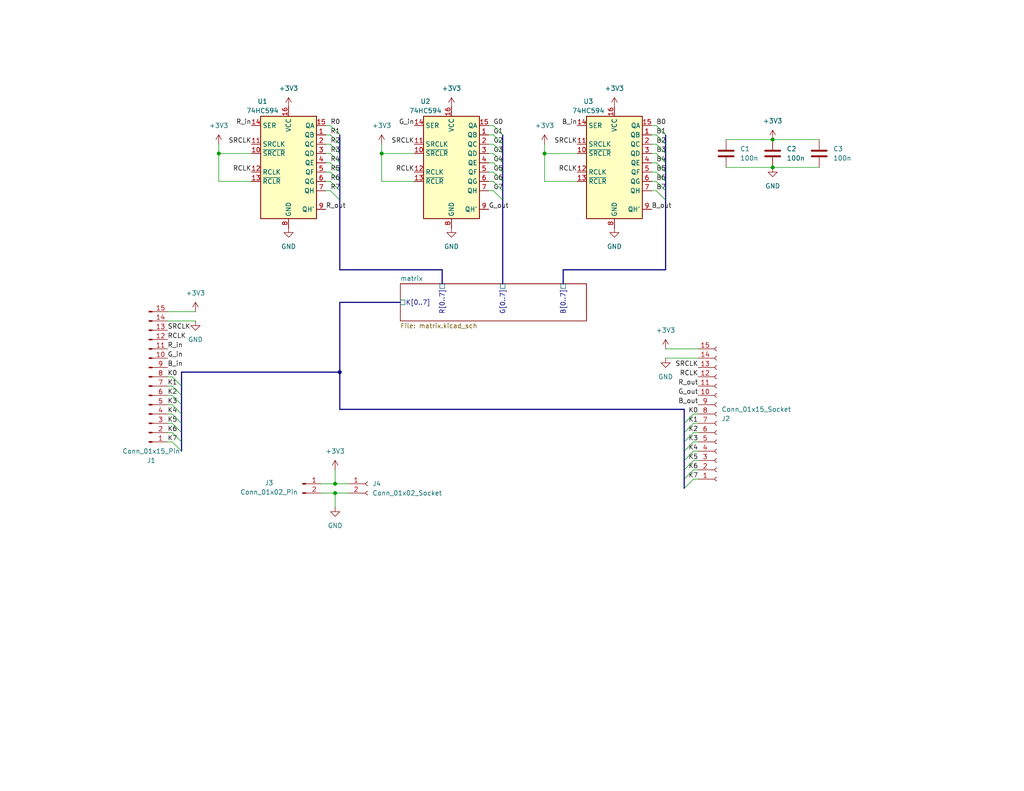
<source format=kicad_sch>
(kicad_sch (version 20250114) (generator "eeschema") (generator_version "9.0")
  (paper "USLetter")
  (lib_symbols
    (symbol "74xx:74HC594"
      (property "Reference" "U" (at -7.62 13.97 0))
      (property "Value" "74HC594" (at -7.62 -16.51 0))
      (symbol "74HC594_1_0"
        (pin input line (at -10.16 10.16 0) (length 2.54) (name "SER") (number "14"))
        (pin input line (at -10.16 5.08 0) (length 2.54) (name "SRCLK") (number "11"))
        (pin input line (at -10.16 2.54 0) (length 2.54) (name "~{SRCLR}") (number "10"))
        (pin input line (at -10.16 -2.54 0) (length 2.54) (name "RCLK") (number "12"))
        (pin input line (at -10.16 -5.08 0) (length 2.54) (name "~{RCLR}") (number "13"))
        (pin power_in line (at 0 15.24 270) (length 2.54) (name "VCC") (number "16"))
        (pin power_in line (at 0 -17.78 90) (length 2.54) (name "GND") (number "8"))
        (pin output line (at 10.16 10.16 180) (length 2.54) (name "QA") (number "15"))
        (pin output line (at 10.16 7.62 180) (length 2.54) (name "QB") (number "1"))
        (pin output line (at 10.16 5.08 180) (length 2.54) (name "QC") (number "2"))
        (pin output line (at 10.16 2.54 180) (length 2.54) (name "QD") (number "3"))
        (pin output line (at 10.16 0 180) (length 2.54) (name "QE") (number "4"))
        (pin output line (at 10.16 -2.54 180) (length 2.54) (name "QF") (number "5"))
        (pin output line (at 10.16 -5.08 180) (length 2.54) (name "QG") (number "6"))
        (pin output line (at 10.16 -7.62 180) (length 2.54) (name "QH") (number "7"))
        (pin output line (at 10.16 -12.7 180) (length 2.54) (name "QH'") (number "9"))
      )
      (symbol "74HC594_1_1"
        (rectangle (start -7.62 12.7) (end 7.62 -15.24) (stroke (width 0.254)) (fill (type background)))
      )
    )
    (symbol "Connector:Conn_01x02_Pin" (pin_names (offset 1.016) (hide yes))
      (property "Reference" "J" (at 0 2.54 0))
      (property "Value" "Conn_01x02_Pin" (at 0 -5.08 0))
      (symbol "Conn_01x02_Pin_1_1"
        (rectangle (start 0.8636 0.127) (end 0 -0.127) (stroke (width 0.1524)) (fill (type outline)))
        (rectangle (start 0.8636 -2.413) (end 0 -2.667) (stroke (width 0.1524)) (fill (type outline)))
        (polyline (pts (xy 1.27 0) (xy 0.8636 0)) (stroke (width 0.1524)))
        (polyline (pts (xy 1.27 -2.54) (xy 0.8636 -2.54)) (stroke (width 0.1524)))
        (pin passive line (at 5.08 0 180) (length 3.81) (name "Pin_1") (number "1"))
        (pin passive line (at 5.08 -2.54 180) (length 3.81) (name "Pin_2") (number "2"))
      )
    )
    (symbol "Connector:Conn_01x02_Socket" (pin_names (offset 1.016) (hide yes))
      (property "Reference" "J" (at 0 2.54 0))
      (property "Value" "Conn_01x02_Socket" (at 0 -5.08 0))
      (symbol "Conn_01x02_Socket_1_1"
        (polyline (pts (xy -1.27 0) (xy -0.508 0)) (stroke (width 0.1524)))
        (polyline (pts (xy -1.27 -2.54) (xy -0.508 -2.54)) (stroke (width 0.1524)))
        (arc (start 0 -0.508) (mid -0.5058 0) (end 0 0.508) (stroke (width 0.1524)))
        (arc (start 0 -3.048) (mid -0.5058 -2.54) (end 0 -2.032) (stroke (width 0.1524)))
        (pin passive line (at -5.08 0 0) (length 3.81) (name "Pin_1") (number "1"))
        (pin passive line (at -5.08 -2.54 0) (length 3.81) (name "Pin_2") (number "2"))
      )
    )
    (symbol "Connector:Conn_01x15_Pin" (pin_names (offset 1.016) (hide yes))
      (property "Reference" "J" (at 0 20.32 0))
      (property "Value" "Conn_01x15_Pin" (at 0 -20.32 0))
      (symbol "Conn_01x15_Pin_1_1"
        (rectangle (start 0.8636 17.907) (end 0 17.653) (stroke (width 0.1524)) (fill (type outline)))
        (rectangle (start 0.8636 15.367) (end 0 15.113) (stroke (width 0.1524)) (fill (type outline)))
        (rectangle (start 0.8636 12.827) (end 0 12.573) (stroke (width 0.1524)) (fill (type outline)))
        (rectangle (start 0.8636 10.287) (end 0 10.033) (stroke (width 0.1524)) (fill (type outline)))
        (rectangle (start 0.8636 7.747) (end 0 7.493) (stroke (width 0.1524)) (fill (type outline)))
        (rectangle (start 0.8636 5.207) (end 0 4.953) (stroke (width 0.1524)) (fill (type outline)))
        (rectangle (start 0.8636 2.667) (end 0 2.413) (stroke (width 0.1524)) (fill (type outline)))
        (rectangle (start 0.8636 0.127) (end 0 -0.127) (stroke (width 0.1524)) (fill (type outline)))
        (rectangle (start 0.8636 -2.413) (end 0 -2.667) (stroke (width 0.1524)) (fill (type outline)))
        (rectangle (start 0.8636 -4.953) (end 0 -5.207) (stroke (width 0.1524)) (fill (type outline)))
        (rectangle (start 0.8636 -7.493) (end 0 -7.747) (stroke (width 0.1524)) (fill (type outline)))
        (rectangle (start 0.8636 -10.033) (end 0 -10.287) (stroke (width 0.1524)) (fill (type outline)))
        (rectangle (start 0.8636 -12.573) (end 0 -12.827) (stroke (width 0.1524)) (fill (type outline)))
        (rectangle (start 0.8636 -15.113) (end 0 -15.367) (stroke (width 0.1524)) (fill (type outline)))
        (rectangle (start 0.8636 -17.653) (end 0 -17.907) (stroke (width 0.1524)) (fill (type outline)))
        (polyline (pts (xy 1.27 17.78) (xy 0.8636 17.78)) (stroke (width 0.1524)))
        (polyline (pts (xy 1.27 15.24) (xy 0.8636 15.24)) (stroke (width 0.1524)))
        (polyline (pts (xy 1.27 12.7) (xy 0.8636 12.7)) (stroke (width 0.1524)))
        (polyline (pts (xy 1.27 10.16) (xy 0.8636 10.16)) (stroke (width 0.1524)))
        (polyline (pts (xy 1.27 7.62) (xy 0.8636 7.62)) (stroke (width 0.1524)))
        (polyline (pts (xy 1.27 5.08) (xy 0.8636 5.08)) (stroke (width 0.1524)))
        (polyline (pts (xy 1.27 2.54) (xy 0.8636 2.54)) (stroke (width 0.1524)))
        (polyline (pts (xy 1.27 0) (xy 0.8636 0)) (stroke (width 0.1524)))
        (polyline (pts (xy 1.27 -2.54) (xy 0.8636 -2.54)) (stroke (width 0.1524)))
        (polyline (pts (xy 1.27 -5.08) (xy 0.8636 -5.08)) (stroke (width 0.1524)))
        (polyline (pts (xy 1.27 -7.62) (xy 0.8636 -7.62)) (stroke (width 0.1524)))
        (polyline (pts (xy 1.27 -10.16) (xy 0.8636 -10.16)) (stroke (width 0.1524)))
        (polyline (pts (xy 1.27 -12.7) (xy 0.8636 -12.7)) (stroke (width 0.1524)))
        (polyline (pts (xy 1.27 -15.24) (xy 0.8636 -15.24)) (stroke (width 0.1524)))
        (polyline (pts (xy 1.27 -17.78) (xy 0.8636 -17.78)) (stroke (width 0.1524)))
        (pin passive line (at 5.08 17.78 180) (length 3.81) (name "Pin_1") (number "1"))
        (pin passive line (at 5.08 15.24 180) (length 3.81) (name "Pin_2") (number "2"))
        (pin passive line (at 5.08 12.7 180) (length 3.81) (name "Pin_3") (number "3"))
        (pin passive line (at 5.08 10.16 180) (length 3.81) (name "Pin_4") (number "4"))
        (pin passive line (at 5.08 7.62 180) (length 3.81) (name "Pin_5") (number "5"))
        (pin passive line (at 5.08 5.08 180) (length 3.81) (name "Pin_6") (number "6"))
        (pin passive line (at 5.08 2.54 180) (length 3.81) (name "Pin_7") (number "7"))
        (pin passive line (at 5.08 0 180) (length 3.81) (name "Pin_8") (number "8"))
        (pin passive line (at 5.08 -2.54 180) (length 3.81) (name "Pin_9") (number "9"))
        (pin passive line (at 5.08 -5.08 180) (length 3.81) (name "Pin_10") (number "10"))
        (pin passive line (at 5.08 -7.62 180) (length 3.81) (name "Pin_11") (number "11"))
        (pin passive line (at 5.08 -10.16 180) (length 3.81) (name "Pin_12") (number "12"))
        (pin passive line (at 5.08 -12.7 180) (length 3.81) (name "Pin_13") (number "13"))
        (pin passive line (at 5.08 -15.24 180) (length 3.81) (name "Pin_14") (number "14"))
        (pin passive line (at 5.08 -17.78 180) (length 3.81) (name "Pin_15") (number "15"))
      )
    )
    (symbol "Connector:Conn_01x15_Socket" (pin_names (offset 1.016) (hide yes))
      (property "Reference" "J" (at 0 20.32 0))
      (property "Value" "Conn_01x15_Socket" (at 0 -20.32 0))
      (symbol "Conn_01x15_Socket_1_1"
        (polyline (pts (xy -1.27 17.78) (xy -0.508 17.78)) (stroke (width 0.1524)))
        (polyline (pts (xy -1.27 15.24) (xy -0.508 15.24)) (stroke (width 0.1524)))
        (polyline (pts (xy -1.27 12.7) (xy -0.508 12.7)) (stroke (width 0.1524)))
        (polyline (pts (xy -1.27 10.16) (xy -0.508 10.16)) (stroke (width 0.1524)))
        (polyline (pts (xy -1.27 7.62) (xy -0.508 7.62)) (stroke (width 0.1524)))
        (polyline (pts (xy -1.27 5.08) (xy -0.508 5.08)) (stroke (width 0.1524)))
        (polyline (pts (xy -1.27 2.54) (xy -0.508 2.54)) (stroke (width 0.1524)))
        (polyline (pts (xy -1.27 0) (xy -0.508 0)) (stroke (width 0.1524)))
        (polyline (pts (xy -1.27 -2.54) (xy -0.508 -2.54)) (stroke (width 0.1524)))
        (polyline (pts (xy -1.27 -5.08) (xy -0.508 -5.08)) (stroke (width 0.1524)))
        (polyline (pts (xy -1.27 -7.62) (xy -0.508 -7.62)) (stroke (width 0.1524)))
        (polyline (pts (xy -1.27 -10.16) (xy -0.508 -10.16)) (stroke (width 0.1524)))
        (polyline (pts (xy -1.27 -12.7) (xy -0.508 -12.7)) (stroke (width 0.1524)))
        (polyline (pts (xy -1.27 -15.24) (xy -0.508 -15.24)) (stroke (width 0.1524)))
        (polyline (pts (xy -1.27 -17.78) (xy -0.508 -17.78)) (stroke (width 0.1524)))
        (arc (start 0 17.272) (mid -0.5058 17.78) (end 0 18.288) (stroke (width 0.1524)))
        (arc (start 0 14.732) (mid -0.5058 15.24) (end 0 15.748) (stroke (width 0.1524)))
        (arc (start 0 12.192) (mid -0.5058 12.7) (end 0 13.208) (stroke (width 0.1524)))
        (arc (start 0 9.652) (mid -0.5058 10.16) (end 0 10.668) (stroke (width 0.1524)))
        (arc (start 0 7.112) (mid -0.5058 7.62) (end 0 8.128) (stroke (width 0.1524)))
        (arc (start 0 4.572) (mid -0.5058 5.08) (end 0 5.588) (stroke (width 0.1524)))
        (arc (start 0 2.032) (mid -0.5058 2.54) (end 0 3.048) (stroke (width 0.1524)))
        (arc (start 0 -0.508) (mid -0.5058 0) (end 0 0.508) (stroke (width 0.1524)))
        (arc (start 0 -3.048) (mid -0.5058 -2.54) (end 0 -2.032) (stroke (width 0.1524)))
        (arc (start 0 -5.588) (mid -0.5058 -5.08) (end 0 -4.572) (stroke (width 0.1524)))
        (arc (start 0 -8.128) (mid -0.5058 -7.62) (end 0 -7.112) (stroke (width 0.1524)))
        (arc (start 0 -10.668) (mid -0.5058 -10.16) (end 0 -9.652) (stroke (width 0.1524)))
        (arc (start 0 -13.208) (mid -0.5058 -12.7) (end 0 -12.192) (stroke (width 0.1524)))
        (arc (start 0 -15.748) (mid -0.5058 -15.24) (end 0 -14.732) (stroke (width 0.1524)))
        (arc (start 0 -18.288) (mid -0.5058 -17.78) (end 0 -17.272) (stroke (width 0.1524)))
        (pin passive line (at -5.08 17.78 0) (length 3.81) (name "Pin_1") (number "1"))
        (pin passive line (at -5.08 15.24 0) (length 3.81) (name "Pin_2") (number "2"))
        (pin passive line (at -5.08 12.7 0) (length 3.81) (name "Pin_3") (number "3"))
        (pin passive line (at -5.08 10.16 0) (length 3.81) (name "Pin_4") (number "4"))
        (pin passive line (at -5.08 7.62 0) (length 3.81) (name "Pin_5") (number "5"))
        (pin passive line (at -5.08 5.08 0) (length 3.81) (name "Pin_6") (number "6"))
        (pin passive line (at -5.08 2.54 0) (length 3.81) (name "Pin_7") (number "7"))
        (pin passive line (at -5.08 0 0) (length 3.81) (name "Pin_8") (number "8"))
        (pin passive line (at -5.08 -2.54 0) (length 3.81) (name "Pin_9") (number "9"))
        (pin passive line (at -5.08 -5.08 0) (length 3.81) (name "Pin_10") (number "10"))
        (pin passive line (at -5.08 -7.62 0) (length 3.81) (name "Pin_11") (number "11"))
        (pin passive line (at -5.08 -10.16 0) (length 3.81) (name "Pin_12") (number "12"))
        (pin passive line (at -5.08 -12.7 0) (length 3.81) (name "Pin_13") (number "13"))
        (pin passive line (at -5.08 -15.24 0) (length 3.81) (name "Pin_14") (number "14"))
        (pin passive line (at -5.08 -17.78 0) (length 3.81) (name "Pin_15") (number "15"))
      )
    )
    (symbol "Device:C" (pin_numbers (hide yes)) (pin_names (offset 0.254))
      (property "Reference" "C" (at 0.635 2.54 0))
      (property "Value" "C" (at 0.635 -2.54 0))
      (symbol "C_0_1"
        (polyline (pts (xy -2.032 0.762) (xy 2.032 0.762)) (stroke (width 0.508)))
        (polyline (pts (xy -2.032 -0.762) (xy 2.032 -0.762)) (stroke (width 0.508)))
      )
      (symbol "C_1_1"
        (pin passive line (at 0 3.81 270) (length 2.794) (name "~") (number "1"))
        (pin passive line (at 0 -3.81 90) (length 2.794) (name "~") (number "2"))
      )
    )
    (symbol "power:+3V3" (power) (pin_numbers (hide yes)) (pin_names (offset 0) (hide yes))
      (property "Value" "+3V3" (at 0 3.556 0))
      (symbol "+3V3_0_1"
        (polyline (pts (xy -0.762 1.27) (xy 0 2.54)))
        (polyline (pts (xy 0 2.54) (xy 0.762 1.27)))
        (polyline (pts (xy 0 0) (xy 0 2.54)))
      )
      (symbol "+3V3_1_1"
        (pin power_in line (at 0 0 90) (length 0) (name "~") (number "1"))
      )
    )
    (symbol "power:GND" (power) (pin_numbers (hide yes)) (pin_names (offset 0) (hide yes))
      (property "Value" "GND" (at 0 -3.81 0))
      (symbol "GND_0_1"
        (polyline (pts (xy 0 0) (xy 0 -1.27) (xy 1.27 -1.27) (xy 0 -2.54) (xy -1.27 -1.27) (xy 0 -1.27)))
      )
      (symbol "GND_1_1"
        (pin power_in line (at 0 0 270) (length 0) (name "~") (number "1"))
      )
    )
  )
  (junction (at 91.44 134.62))
  (junction (at 148.59 41.91))
  (junction (at 91.44 132.08))
  (junction (at 59.69 41.91))
  (junction (at 104.14 41.91))
  (junction (at 210.82 45.72))
  (junction (at 210.82 38.1))
  (junction (at 92.71 101.6))
  (bus_entry (at 134.62 49.53) (size 2.54 2.54))
  (bus_entry (at 134.62 34.29) (size 2.54 2.54))
  (bus_entry (at 134.62 36.83) (size 2.54 2.54))
  (bus_entry (at 179.07 46.99) (size 2.54 2.54))
  (bus_entry (at 134.62 52.07) (size 2.54 2.54))
  (bus_entry (at 179.07 34.29) (size 2.54 2.54))
  (bus_entry (at 179.07 49.53) (size 2.54 2.54))
  (bus_entry (at 90.17 34.29) (size 2.54 2.54))
  (bus_entry (at 90.17 52.07) (size 2.54 2.54))
  (bus_entry (at 46.99 115.57) (size 2.54 2.54))
  (bus_entry (at 134.62 41.91) (size 2.54 2.54))
  (bus_entry (at 179.07 41.91) (size 2.54 2.54))
  (bus_entry (at 179.07 52.07) (size 2.54 2.54))
  (bus_entry (at 90.17 41.91) (size 2.54 2.54))
  (bus_entry (at 189.23 130.81) (size -2.54 2.54))
  (bus_entry (at 189.23 113.03) (size -2.54 2.54))
  (bus_entry (at 46.99 120.65) (size 2.54 2.54))
  (bus_entry (at 179.07 39.37) (size 2.54 2.54))
  (bus_entry (at 46.99 107.95) (size 2.54 2.54))
  (bus_entry (at 46.99 110.49) (size 2.54 2.54))
  (bus_entry (at 90.17 36.83) (size 2.54 2.54))
  (bus_entry (at 189.23 120.65) (size -2.54 2.54))
  (bus_entry (at 46.99 105.41) (size 2.54 2.54))
  (bus_entry (at 134.62 44.45) (size 2.54 2.54))
  (bus_entry (at 189.23 125.73) (size -2.54 2.54))
  (bus_entry (at 46.99 113.03) (size 2.54 2.54))
  (bus_entry (at 189.23 123.19) (size -2.54 2.54))
  (bus_entry (at 179.07 44.45) (size 2.54 2.54))
  (bus_entry (at 179.07 36.83) (size 2.54 2.54))
  (bus_entry (at 46.99 102.87) (size 2.54 2.54))
  (bus_entry (at 46.99 118.11) (size 2.54 2.54))
  (bus_entry (at 90.17 44.45) (size 2.54 2.54))
  (bus_entry (at 189.23 115.57) (size -2.54 2.54))
  (bus_entry (at 90.17 46.99) (size 2.54 2.54))
  (bus_entry (at 134.62 39.37) (size 2.54 2.54))
  (bus_entry (at 90.17 49.53) (size 2.54 2.54))
  (bus_entry (at 90.17 39.37) (size 2.54 2.54))
  (bus_entry (at 134.62 46.99) (size 2.54 2.54))
  (bus_entry (at 189.23 118.11) (size -2.54 2.54))
  (bus_entry (at 189.23 128.27) (size -2.54 2.54))
  (bus (pts (xy 181.61 73.66) (xy 153.67 73.66)))
  (wire (pts (xy 88.9 39.37) (xy 90.17 39.37)))
  (wire (pts (xy 133.35 44.45) (xy 134.62 44.45)))
  (wire (pts (xy 59.69 39.37) (xy 59.69 41.91)))
  (wire (pts (xy 210.82 38.1) (xy 223.52 38.1)))
  (wire (pts (xy 148.59 49.53) (xy 148.59 41.91)))
  (bus (pts (xy 137.16 46.99) (xy 137.16 49.53)))
  (bus (pts (xy 92.71 73.66) (xy 120.65 73.66)))
  (bus (pts (xy 49.53 120.65) (xy 49.53 118.11)))
  (wire (pts (xy 189.23 118.11) (xy 190.5 118.11)))
  (bus (pts (xy 186.69 128.27) (xy 186.69 125.73)))
  (wire (pts (xy 45.72 105.41) (xy 46.99 105.41)))
  (bus (pts (xy 181.61 46.99) (xy 181.61 49.53)))
  (wire (pts (xy 177.8 49.53) (xy 179.07 49.53)))
  (bus (pts (xy 92.71 49.53) (xy 92.71 52.07)))
  (bus (pts (xy 181.61 39.37) (xy 181.61 41.91)))
  (wire (pts (xy 45.72 115.57) (xy 46.99 115.57)))
  (bus (pts (xy 49.53 107.95) (xy 49.53 105.41)))
  (wire (pts (xy 133.35 46.99) (xy 134.62 46.99)))
  (wire (pts (xy 88.9 49.53) (xy 90.17 49.53)))
  (bus (pts (xy 92.71 101.6) (xy 92.71 82.55)))
  (wire (pts (xy 133.35 52.07) (xy 134.62 52.07)))
  (wire (pts (xy 91.44 132.08) (xy 95.25 132.08)))
  (wire (pts (xy 133.35 49.53) (xy 134.62 49.53)))
  (wire (pts (xy 177.8 36.83) (xy 179.07 36.83)))
  (wire (pts (xy 91.44 128.27) (xy 91.44 132.08)))
  (wire (pts (xy 189.23 115.57) (xy 190.5 115.57)))
  (bus (pts (xy 49.53 101.6) (xy 92.71 101.6)))
  (wire (pts (xy 45.72 110.49) (xy 46.99 110.49)))
  (wire (pts (xy 189.23 130.81) (xy 190.5 130.81)))
  (bus (pts (xy 153.67 73.66) (xy 153.67 77.47)))
  (wire (pts (xy 45.72 113.03) (xy 46.99 113.03)))
  (wire (pts (xy 177.8 52.07) (xy 179.07 52.07)))
  (wire (pts (xy 189.23 120.65) (xy 190.5 120.65)))
  (bus (pts (xy 137.16 44.45) (xy 137.16 46.99)))
  (wire (pts (xy 88.9 44.45) (xy 90.17 44.45)))
  (wire (pts (xy 88.9 34.29) (xy 90.17 34.29)))
  (wire (pts (xy 133.35 34.29) (xy 134.62 34.29)))
  (bus (pts (xy 92.71 36.83) (xy 92.71 39.37)))
  (wire (pts (xy 88.9 46.99) (xy 90.17 46.99)))
  (wire (pts (xy 104.14 41.91) (xy 113.03 41.91)))
  (bus (pts (xy 137.16 54.61) (xy 137.16 77.47)))
  (wire (pts (xy 189.23 123.19) (xy 190.5 123.19)))
  (bus (pts (xy 92.71 54.61) (xy 92.71 73.66)))
  (wire (pts (xy 113.03 49.53) (xy 104.14 49.53)))
  (bus (pts (xy 120.65 73.66) (xy 120.65 77.47)))
  (wire (pts (xy 133.35 36.83) (xy 134.62 36.83)))
  (bus (pts (xy 92.71 39.37) (xy 92.71 41.91)))
  (wire (pts (xy 189.23 113.03) (xy 190.5 113.03)))
  (wire (pts (xy 104.14 39.37) (xy 104.14 41.91)))
  (wire (pts (xy 133.35 39.37) (xy 134.62 39.37)))
  (bus (pts (xy 137.16 41.91) (xy 137.16 44.45)))
  (wire (pts (xy 88.9 52.07) (xy 90.17 52.07)))
  (wire (pts (xy 87.63 132.08) (xy 91.44 132.08)))
  (wire (pts (xy 148.59 39.37) (xy 148.59 41.91)))
  (bus (pts (xy 186.69 133.35) (xy 186.69 130.81)))
  (bus (pts (xy 137.16 49.53) (xy 137.16 52.07)))
  (bus (pts (xy 49.53 105.41) (xy 49.53 101.6)))
  (wire (pts (xy 87.63 134.62) (xy 91.44 134.62)))
  (wire (pts (xy 198.12 45.72) (xy 210.82 45.72)))
  (wire (pts (xy 91.44 134.62) (xy 95.25 134.62)))
  (wire (pts (xy 45.72 87.63) (xy 53.34 87.63)))
  (bus (pts (xy 49.53 118.11) (xy 49.53 115.57)))
  (wire (pts (xy 59.69 49.53) (xy 59.69 41.91)))
  (wire (pts (xy 88.9 41.91) (xy 90.17 41.91)))
  (wire (pts (xy 148.59 41.91) (xy 157.48 41.91)))
  (bus (pts (xy 137.16 52.07) (xy 137.16 54.61)))
  (bus (pts (xy 49.53 115.57) (xy 49.53 113.03)))
  (bus (pts (xy 49.53 110.49) (xy 49.53 107.95)))
  (wire (pts (xy 177.8 44.45) (xy 179.07 44.45)))
  (bus (pts (xy 181.61 52.07) (xy 181.61 54.61)))
  (wire (pts (xy 45.72 107.95) (xy 46.99 107.95)))
  (bus (pts (xy 181.61 44.45) (xy 181.61 46.99)))
  (bus (pts (xy 181.61 41.91) (xy 181.61 44.45)))
  (wire (pts (xy 177.8 46.99) (xy 179.07 46.99)))
  (bus (pts (xy 181.61 36.83) (xy 181.61 39.37)))
  (wire (pts (xy 45.72 118.11) (xy 46.99 118.11)))
  (wire (pts (xy 181.61 95.25) (xy 190.5 95.25)))
  (bus (pts (xy 137.16 39.37) (xy 137.16 41.91)))
  (bus (pts (xy 186.69 130.81) (xy 186.69 128.27)))
  (wire (pts (xy 68.58 49.53) (xy 59.69 49.53)))
  (wire (pts (xy 189.23 125.73) (xy 190.5 125.73)))
  (wire (pts (xy 88.9 36.83) (xy 90.17 36.83)))
  (wire (pts (xy 45.72 120.65) (xy 46.99 120.65)))
  (bus (pts (xy 92.71 52.07) (xy 92.71 54.61)))
  (wire (pts (xy 177.8 41.91) (xy 179.07 41.91)))
  (wire (pts (xy 189.23 128.27) (xy 190.5 128.27)))
  (bus (pts (xy 186.69 115.57) (xy 186.69 111.76)))
  (bus (pts (xy 92.71 82.55) (xy 109.22 82.55)))
  (bus (pts (xy 92.71 46.99) (xy 92.71 49.53)))
  (bus (pts (xy 186.69 125.73) (xy 186.69 123.19)))
  (wire (pts (xy 177.8 34.29) (xy 179.07 34.29)))
  (wire (pts (xy 177.8 39.37) (xy 179.07 39.37)))
  (bus (pts (xy 49.53 113.03) (xy 49.53 110.49)))
  (bus (pts (xy 186.69 120.65) (xy 186.69 118.11)))
  (wire (pts (xy 157.48 49.53) (xy 148.59 49.53)))
  (wire (pts (xy 45.72 102.87) (xy 46.99 102.87)))
  (wire (pts (xy 133.35 41.91) (xy 134.62 41.91)))
  (bus (pts (xy 181.61 54.61) (xy 181.61 73.66)))
  (bus (pts (xy 92.71 111.76) (xy 92.71 101.6)))
  (wire (pts (xy 91.44 138.43) (xy 91.44 134.62)))
  (bus (pts (xy 181.61 49.53) (xy 181.61 52.07)))
  (bus (pts (xy 137.16 36.83) (xy 137.16 39.37)))
  (wire (pts (xy 210.82 45.72) (xy 223.52 45.72)))
  (bus (pts (xy 49.53 123.19) (xy 49.53 120.65)))
  (bus (pts (xy 92.71 44.45) (xy 92.71 46.99)))
  (bus (pts (xy 186.69 123.19) (xy 186.69 120.65)))
  (wire (pts (xy 59.69 41.91) (xy 68.58 41.91)))
  (bus (pts (xy 186.69 111.76) (xy 92.71 111.76)))
  (wire (pts (xy 45.72 85.09) (xy 53.34 85.09)))
  (wire (pts (xy 104.14 49.53) (xy 104.14 41.91)))
  (wire (pts (xy 181.61 97.79) (xy 190.5 97.79)))
  (bus (pts (xy 186.69 118.11) (xy 186.69 115.57)))
  (wire (pts (xy 198.12 38.1) (xy 210.82 38.1)))
  (bus (pts (xy 92.71 41.91) (xy 92.71 44.45)))
  (label "RCLK" (at 45.72 92.71 0))
  (label "G_in" (at 45.72 97.79 0))
  (label "SRCLK" (at 45.72 90.17 0))
  (label "B_out" (at 190.5 110.49 180))
  (label "SRCLK" (at 190.5 100.33 180))
  (label "G_out" (at 190.5 107.95 180))
  (label "K1" (at 190.5 115.57 180))
  (label "RCLK" (at 190.5 102.87 180))
  (label "K4" (at 190.5 123.19 180))
  (label "RCLK" (at 113.03 46.99 180))
  (label "K3" (at 190.5 120.65 180))
  (label "RCLK" (at 68.58 46.99 180))
  (label "SRCLK" (at 68.58 39.37 180))
  (label "G7" (at 134.62 52.07 0))
  (label "G6" (at 134.62 49.53 0))
  (label "G2" (at 134.62 39.37 0))
  (label "G3" (at 134.62 41.91 0))
  (label "G4" (at 134.62 44.45 0))
  (label "G5" (at 134.62 46.99 0))
  (label "G1" (at 134.62 36.83 0))
  (label "G0" (at 134.62 34.29 0))
  (label "R5" (at 90.17 46.99 0))
  (label "R6" (at 90.17 49.53 0))
  (label "R7" (at 90.17 52.07 0))
  (label "R4" (at 90.17 44.45 0))
  (label "R0" (at 90.17 34.29 0))
  (label "R1" (at 90.17 36.83 0))
  (label "R2" (at 90.17 39.37 0))
  (label "R3" (at 90.17 41.91 0))
  (label "B3" (at 179.07 41.91 0))
  (label "B4" (at 179.07 44.45 0))
  (label "B5" (at 179.07 46.99 0))
  (label "B6" (at 179.07 49.53 0))
  (label "B1" (at 179.07 36.83 0))
  (label "B2" (at 179.07 39.37 0))
  (label "B0" (at 179.07 34.29 0))
  (label "B7" (at 179.07 52.07 0))
  (label "K5" (at 190.5 125.73 180))
  (label "K2" (at 190.5 118.11 180))
  (label "SRCLK" (at 113.03 39.37 180))
  (label "B_in" (at 45.72 100.33 0))
  (label "G_in" (at 113.03 34.29 180))
  (label "R_out" (at 88.9 57.15 0))
  (label "R_in" (at 68.58 34.29 180))
  (label "B_out" (at 177.8 57.15 0))
  (label "B_in" (at 157.48 34.29 180))
  (label "G_out" (at 133.35 57.15 0))
  (label "K6" (at 190.5 128.27 180))
  (label "RCLK" (at 157.48 46.99 180))
  (label "R_out" (at 190.5 105.41 180))
  (label "SRCLK" (at 157.48 39.37 180))
  (label "R_in" (at 45.72 95.25 0))
  (label "K0" (at 190.5 113.03 180))
  (label "K7" (at 190.5 130.81 180))
  (label "K7" (at 45.72 120.65 0))
  (label "K6" (at 45.72 118.11 0))
  (label "K4" (at 45.72 113.03 0))
  (label "K5" (at 45.72 115.57 0))
  (label "K1" (at 45.72 105.41 0))
  (label "K0" (at 45.72 102.87 0))
  (label "K2" (at 45.72 107.95 0))
  (label "K3" (at 45.72 110.49 0))
  (symbol (lib_id "power:+3V3") (at 59.69 39.37 0) (unit 1)
    (property "Reference" "#PWR03" (effects (hide yes)))
    (property "Value" "+3V3" (at 59.69 34.29 0))
    (property "Description" "Power symbol creates a global label with name \"+3V3\"" (effects (hide yes)))
  )
  (symbol (lib_id "Device:C") (at 210.82 41.91 0) (unit 1)
    (property "Reference" "C2" (at 214.63 40.6399 0) (effects (justify left)))
    (property "Value" "100n" (at 214.63 43.1799 0) (effects (justify left)))
    (property "Footprint" "Capacitor_SMD:C_1206_3216Metric_Pad1.33x1.80mm_HandSolder" (effects (hide yes)))
    (property "Description" "Unpolarized capacitor" (effects (hide yes)))
  )
  (symbol (lib_id "power:+3V3") (at 123.19 29.21 0) (unit 1)
    (property "Reference" "#PWR05" (effects (hide yes)))
    (property "Value" "+3V3" (at 123.19 24.13 0))
    (property "Description" "Power symbol creates a global label with name \"+3V3\"" (effects (hide yes)))
  )
  (symbol (lib_id "power:+3V3") (at 181.61 95.25 0) (unit 1)
    (property "Reference" "#PWR013" (effects (hide yes)))
    (property "Value" "+3V3" (at 181.61 90.17 0))
    (property "Description" "Power symbol creates a global label with name \"+3V3\"" (effects (hide yes)))
  )
  (symbol (lib_id "power:+3V3") (at 148.59 39.37 0) (unit 1)
    (property "Reference" "#PWR07" (effects (hide yes)))
    (property "Value" "+3V3" (at 148.59 34.29 0))
    (property "Description" "Power symbol creates a global label with name \"+3V3\"" (effects (hide yes)))
  )
  (symbol (lib_id "power:GND") (at 53.34 87.63 0) (unit 1)
    (property "Reference" "#PWR011" (effects (hide yes)))
    (property "Value" "GND" (at 53.34 92.71 0))
    (property "Description" "Power symbol creates a global label with name \"GND\" , ground" (effects (hide yes)))
  )
  (symbol (lib_id "Device:C") (at 223.52 41.91 0) (unit 1)
    (property "Reference" "C3" (at 227.33 40.6399 0) (effects (justify left)))
    (property "Value" "100n" (at 227.33 43.1799 0) (effects (justify left)))
    (property "Footprint" "Capacitor_SMD:C_1206_3216Metric_Pad1.33x1.80mm_HandSolder" (effects (hide yes)))
    (property "Description" "Unpolarized capacitor" (effects (hide yes)))
  )
  (symbol (lib_id "power:+3V3") (at 91.44 128.27 0) (unit 1)
    (property "Reference" "#PWR014" (effects (hide yes)))
    (property "Value" "+3V3" (at 91.44 123.19 0))
    (property "Description" "Power symbol creates a global label with name \"+3V3\"" (effects (hide yes)))
  )
  (symbol (lib_id "power:GND") (at 78.74 62.23 0) (unit 1)
    (property "Reference" "#PWR01" (effects (hide yes)))
    (property "Value" "GND" (at 78.74 67.31 0))
    (property "Description" "Power symbol creates a global label with name \"GND\" , ground" (effects (hide yes)))
  )
  (symbol (lib_id "Connector:Conn_01x15_Pin") (at 40.64 102.87 0) (mirror x) (unit 1)
    (property "Reference" "J1" (at 41.275 125.73 0))
    (property "Value" "Conn_01x15_Pin" (at 41.275 123.19 0))
    (property "Footprint" "Connector_PinHeader_2.54mm:PinHeader_1x15_P2.54mm_Horizontal" (effects (hide yes)))
    (property "Description" "Generic connector, single row, 01x15, script generated" (effects (hide yes)))
  )
  (symbol (lib_id "Connector:Conn_01x15_Socket") (at 195.58 113.03 0) (mirror x) (unit 1)
    (property "Reference" "J2" (at 196.85 114.3001 0) (effects (justify left)))
    (property "Value" "Conn_01x15_Socket" (at 196.85 111.7601 0) (effects (justify left)))
    (property "Footprint" "Connector_PinSocket_2.54mm:PinSocket_1x15_P2.54mm_Horizontal" (effects (hide yes)))
    (property "Description" "Generic connector, single row, 01x15, script generated" (effects (hide yes)))
  )
  (symbol (lib_id "power:GND") (at 181.61 97.79 0) (unit 1)
    (property "Reference" "#PWR012" (effects (hide yes)))
    (property "Value" "GND" (at 181.61 102.87 0))
    (property "Description" "Power symbol creates a global label with name \"GND\" , ground" (effects (hide yes)))
  )
  (symbol (lib_id "Connector:Conn_01x02_Socket") (at 100.33 132.08 0) (unit 1)
    (property "Reference" "J4" (at 101.6 132.0799 0) (effects (justify left)))
    (property "Value" "Conn_01x02_Socket" (at 101.6 134.6199 0) (effects (justify left)))
    (property "Footprint" "Connector_PinSocket_2.54mm:PinSocket_1x02_P2.54mm_Horizontal" (effects (hide yes)))
    (property "Description" "Generic connector, single row, 01x02, script generated" (effects (hide yes)))
  )
  (symbol (lib_id "power:GND") (at 167.64 62.23 0) (unit 1)
    (property "Reference" "#PWR09" (effects (hide yes)))
    (property "Value" "GND" (at 167.64 67.31 0))
    (property "Description" "Power symbol creates a global label with name \"GND\" , ground" (effects (hide yes)))
  )
  (symbol (lib_id "power:GND") (at 91.44 138.43 0) (unit 1)
    (property "Reference" "#PWR015" (effects (hide yes)))
    (property "Value" "GND" (at 91.44 143.51 0))
    (property "Description" "Power symbol creates a global label with name \"GND\" , ground" (effects (hide yes)))
  )
  (symbol (lib_id "74xx:74HC594") (at 167.64 44.45 0) (unit 1)
    (property "Reference" "U3" (at 160.528 27.686 0))
    (property "Value" "74HC594" (at 160.528 30.226 0))
    (property "Footprint" "Package_SO:TSSOP-16_4.4x5mm_P0.65mm" (effects (hide yes)))
    (property "Datasheet" "https://www.ti.com/lit/ds/symlink/sn74hc594.pdf" (effects (hide yes)))
    (property "Description" "8-Bit Shift Registers With Output Registers" (effects (hide yes)))
  )
  (symbol (lib_id "power:GND") (at 123.19 62.23 0) (unit 1)
    (property "Reference" "#PWR06" (effects (hide yes)))
    (property "Value" "GND" (at 123.19 67.31 0))
    (property "Description" "Power symbol creates a global label with name \"GND\" , ground" (effects (hide yes)))
  )
  (symbol (lib_id "power:+3V3") (at 53.34 85.09 0) (unit 1)
    (property "Reference" "#PWR010" (effects (hide yes)))
    (property "Value" "+3V3" (at 53.34 80.01 0))
    (property "Description" "Power symbol creates a global label with name \"+3V3\"" (effects (hide yes)))
  )
  (symbol (lib_id "Connector:Conn_01x02_Pin") (at 82.55 132.08 0) (unit 1)
    (property "Reference" "J3" (at 73.406 131.826 0))
    (property "Value" "Conn_01x02_Pin" (at 73.406 134.366 0))
    (property "Footprint" "Connector_PinHeader_2.54mm:PinHeader_1x02_P2.54mm_Horizontal" (effects (hide yes)))
    (property "Description" "Generic connector, single row, 01x02, script generated" (effects (hide yes)))
  )
  (symbol (lib_id "power:+3V3") (at 167.64 29.21 0) (unit 1)
    (property "Reference" "#PWR08" (effects (hide yes)))
    (property "Value" "+3V3" (at 167.64 24.13 0))
    (property "Description" "Power symbol creates a global label with name \"+3V3\"" (effects (hide yes)))
  )
  (symbol (lib_id "74xx:74HC594") (at 123.19 44.45 0) (unit 1)
    (property "Reference" "U2" (at 116.078 27.686 0))
    (property "Value" "74HC594" (at 116.078 30.226 0))
    (property "Footprint" "Package_SO:TSSOP-16_4.4x5mm_P0.65mm" (effects (hide yes)))
    (property "Datasheet" "https://www.ti.com/lit/ds/symlink/sn74hc594.pdf" (effects (hide yes)))
    (property "Description" "8-Bit Shift Registers With Output Registers" (effects (hide yes)))
  )
  (symbol (lib_id "power:+3V3") (at 78.74 29.21 0) (unit 1)
    (property "Reference" "#PWR02" (effects (hide yes)))
    (property "Value" "+3V3" (at 78.74 24.13 0))
    (property "Description" "Power symbol creates a global label with name \"+3V3\"" (effects (hide yes)))
  )
  (symbol (lib_id "power:+3V3") (at 104.14 39.37 0) (unit 1)
    (property "Reference" "#PWR04" (effects (hide yes)))
    (property "Value" "+3V3" (at 104.14 34.29 0))
    (property "Description" "Power symbol creates a global label with name \"+3V3\"" (effects (hide yes)))
  )
  (symbol (lib_id "power:GND") (at 210.82 45.72 0) (unit 1)
    (property "Reference" "#PWR016" (effects (hide yes)))
    (property "Value" "GND" (at 210.82 50.8 0))
    (property "Description" "Power symbol creates a global label with name \"GND\" , ground" (effects (hide yes)))
  )
  (symbol (lib_id "74xx:74HC594") (at 78.74 44.45 0) (unit 1)
    (property "Reference" "U1" (at 71.628 27.686 0))
    (property "Value" "74HC594" (at 71.628 30.226 0))
    (property "Footprint" "Package_SO:TSSOP-16_4.4x5mm_P0.65mm" (effects (hide yes)))
    (property "Datasheet" "https://www.ti.com/lit/ds/symlink/sn74hc594.pdf" (effects (hide yes)))
    (property "Description" "8-Bit Shift Registers With Output Registers" (effects (hide yes)))
  )
  (symbol (lib_id "power:+3V3") (at 210.82 38.1 0) (unit 1)
    (property "Reference" "#PWR017" (effects (hide yes)))
    (property "Value" "+3V3" (at 210.82 33.02 0))
    (property "Description" "Power symbol creates a global label with name \"+3V3\"" (effects (hide yes)))
  )
  (symbol (lib_id "Device:C") (at 198.12 41.91 0) (unit 1)
    (property "Reference" "C1" (at 201.93 40.6399 0) (effects (justify left)))
    (property "Value" "100n" (at 201.93 43.1799 0) (effects (justify left)))
    (property "Footprint" "Capacitor_SMD:C_1206_3216Metric_Pad1.33x1.80mm_HandSolder" (effects (hide yes)))
    (property "Description" "Unpolarized capacitor" (effects (hide yes)))
  )
  (sheet (at 109.22 77.47) (size 50.8 10.16) (stroke (width 0.1524))
    (property "Sheetname" "matrix" (at 109.22 76.7584 0) (effects (justify left bottom)))
    (property "Sheetfile" "matrix.kicad_sch" (at 109.22 88.2146 0) (effects (justify left top)))
    (pin "B[0..7]" passive (at 153.67 77.47 90))
    (pin "G[0..7]" passive (at 137.16 77.47 90))
    (pin "K[0..7]" passive (at 109.22 82.55 180))
    (pin "R[0..7]" passive (at 120.65 77.47 90))
  )
)
</source>
